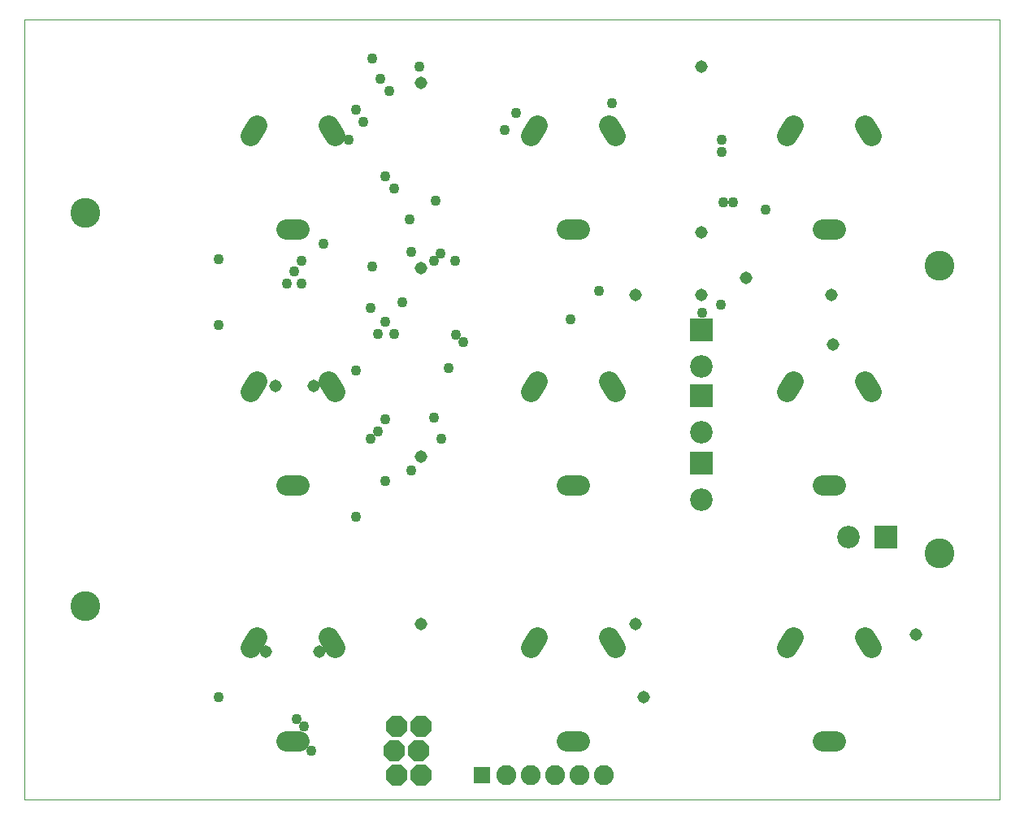
<source format=gbs>
G75*
%MOIN*%
%OFA0B0*%
%FSLAX24Y24*%
%IPPOS*%
%LPD*%
%AMOC8*
5,1,8,0,0,1.08239X$1,22.5*
%
%ADD10C,0.0000*%
%ADD11R,0.0920X0.0920*%
%ADD12C,0.0920*%
%ADD13R,0.0714X0.0714*%
%ADD14C,0.0820*%
%ADD15OC8,0.0860*%
%ADD16C,0.1222*%
%ADD17C,0.0840*%
%ADD18C,0.0430*%
%ADD19C,0.0516*%
D10*
X009543Y008752D02*
X009543Y040752D01*
X049543Y040752D01*
X049543Y008752D01*
X009543Y008752D01*
X011492Y016681D02*
X011494Y016728D01*
X011500Y016774D01*
X011510Y016820D01*
X011523Y016865D01*
X011541Y016908D01*
X011562Y016950D01*
X011586Y016990D01*
X011614Y017027D01*
X011645Y017062D01*
X011679Y017095D01*
X011715Y017124D01*
X011754Y017150D01*
X011795Y017173D01*
X011838Y017192D01*
X011882Y017208D01*
X011927Y017220D01*
X011973Y017228D01*
X012020Y017232D01*
X012066Y017232D01*
X012113Y017228D01*
X012159Y017220D01*
X012204Y017208D01*
X012248Y017192D01*
X012291Y017173D01*
X012332Y017150D01*
X012371Y017124D01*
X012407Y017095D01*
X012441Y017062D01*
X012472Y017027D01*
X012500Y016990D01*
X012524Y016950D01*
X012545Y016908D01*
X012563Y016865D01*
X012576Y016820D01*
X012586Y016774D01*
X012592Y016728D01*
X012594Y016681D01*
X012592Y016634D01*
X012586Y016588D01*
X012576Y016542D01*
X012563Y016497D01*
X012545Y016454D01*
X012524Y016412D01*
X012500Y016372D01*
X012472Y016335D01*
X012441Y016300D01*
X012407Y016267D01*
X012371Y016238D01*
X012332Y016212D01*
X012291Y016189D01*
X012248Y016170D01*
X012204Y016154D01*
X012159Y016142D01*
X012113Y016134D01*
X012066Y016130D01*
X012020Y016130D01*
X011973Y016134D01*
X011927Y016142D01*
X011882Y016154D01*
X011838Y016170D01*
X011795Y016189D01*
X011754Y016212D01*
X011715Y016238D01*
X011679Y016267D01*
X011645Y016300D01*
X011614Y016335D01*
X011586Y016372D01*
X011562Y016412D01*
X011541Y016454D01*
X011523Y016497D01*
X011510Y016542D01*
X011500Y016588D01*
X011494Y016634D01*
X011492Y016681D01*
X011492Y032823D02*
X011494Y032870D01*
X011500Y032916D01*
X011510Y032962D01*
X011523Y033007D01*
X011541Y033050D01*
X011562Y033092D01*
X011586Y033132D01*
X011614Y033169D01*
X011645Y033204D01*
X011679Y033237D01*
X011715Y033266D01*
X011754Y033292D01*
X011795Y033315D01*
X011838Y033334D01*
X011882Y033350D01*
X011927Y033362D01*
X011973Y033370D01*
X012020Y033374D01*
X012066Y033374D01*
X012113Y033370D01*
X012159Y033362D01*
X012204Y033350D01*
X012248Y033334D01*
X012291Y033315D01*
X012332Y033292D01*
X012371Y033266D01*
X012407Y033237D01*
X012441Y033204D01*
X012472Y033169D01*
X012500Y033132D01*
X012524Y033092D01*
X012545Y033050D01*
X012563Y033007D01*
X012576Y032962D01*
X012586Y032916D01*
X012592Y032870D01*
X012594Y032823D01*
X012592Y032776D01*
X012586Y032730D01*
X012576Y032684D01*
X012563Y032639D01*
X012545Y032596D01*
X012524Y032554D01*
X012500Y032514D01*
X012472Y032477D01*
X012441Y032442D01*
X012407Y032409D01*
X012371Y032380D01*
X012332Y032354D01*
X012291Y032331D01*
X012248Y032312D01*
X012204Y032296D01*
X012159Y032284D01*
X012113Y032276D01*
X012066Y032272D01*
X012020Y032272D01*
X011973Y032276D01*
X011927Y032284D01*
X011882Y032296D01*
X011838Y032312D01*
X011795Y032331D01*
X011754Y032354D01*
X011715Y032380D01*
X011679Y032409D01*
X011645Y032442D01*
X011614Y032477D01*
X011586Y032514D01*
X011562Y032554D01*
X011541Y032596D01*
X011523Y032639D01*
X011510Y032684D01*
X011500Y032730D01*
X011494Y032776D01*
X011492Y032823D01*
X046531Y030658D02*
X046533Y030705D01*
X046539Y030751D01*
X046549Y030797D01*
X046562Y030842D01*
X046580Y030885D01*
X046601Y030927D01*
X046625Y030967D01*
X046653Y031004D01*
X046684Y031039D01*
X046718Y031072D01*
X046754Y031101D01*
X046793Y031127D01*
X046834Y031150D01*
X046877Y031169D01*
X046921Y031185D01*
X046966Y031197D01*
X047012Y031205D01*
X047059Y031209D01*
X047105Y031209D01*
X047152Y031205D01*
X047198Y031197D01*
X047243Y031185D01*
X047287Y031169D01*
X047330Y031150D01*
X047371Y031127D01*
X047410Y031101D01*
X047446Y031072D01*
X047480Y031039D01*
X047511Y031004D01*
X047539Y030967D01*
X047563Y030927D01*
X047584Y030885D01*
X047602Y030842D01*
X047615Y030797D01*
X047625Y030751D01*
X047631Y030705D01*
X047633Y030658D01*
X047631Y030611D01*
X047625Y030565D01*
X047615Y030519D01*
X047602Y030474D01*
X047584Y030431D01*
X047563Y030389D01*
X047539Y030349D01*
X047511Y030312D01*
X047480Y030277D01*
X047446Y030244D01*
X047410Y030215D01*
X047371Y030189D01*
X047330Y030166D01*
X047287Y030147D01*
X047243Y030131D01*
X047198Y030119D01*
X047152Y030111D01*
X047105Y030107D01*
X047059Y030107D01*
X047012Y030111D01*
X046966Y030119D01*
X046921Y030131D01*
X046877Y030147D01*
X046834Y030166D01*
X046793Y030189D01*
X046754Y030215D01*
X046718Y030244D01*
X046684Y030277D01*
X046653Y030312D01*
X046625Y030349D01*
X046601Y030389D01*
X046580Y030431D01*
X046562Y030474D01*
X046549Y030519D01*
X046539Y030565D01*
X046533Y030611D01*
X046531Y030658D01*
X046531Y018846D02*
X046533Y018893D01*
X046539Y018939D01*
X046549Y018985D01*
X046562Y019030D01*
X046580Y019073D01*
X046601Y019115D01*
X046625Y019155D01*
X046653Y019192D01*
X046684Y019227D01*
X046718Y019260D01*
X046754Y019289D01*
X046793Y019315D01*
X046834Y019338D01*
X046877Y019357D01*
X046921Y019373D01*
X046966Y019385D01*
X047012Y019393D01*
X047059Y019397D01*
X047105Y019397D01*
X047152Y019393D01*
X047198Y019385D01*
X047243Y019373D01*
X047287Y019357D01*
X047330Y019338D01*
X047371Y019315D01*
X047410Y019289D01*
X047446Y019260D01*
X047480Y019227D01*
X047511Y019192D01*
X047539Y019155D01*
X047563Y019115D01*
X047584Y019073D01*
X047602Y019030D01*
X047615Y018985D01*
X047625Y018939D01*
X047631Y018893D01*
X047633Y018846D01*
X047631Y018799D01*
X047625Y018753D01*
X047615Y018707D01*
X047602Y018662D01*
X047584Y018619D01*
X047563Y018577D01*
X047539Y018537D01*
X047511Y018500D01*
X047480Y018465D01*
X047446Y018432D01*
X047410Y018403D01*
X047371Y018377D01*
X047330Y018354D01*
X047287Y018335D01*
X047243Y018319D01*
X047198Y018307D01*
X047152Y018299D01*
X047105Y018295D01*
X047059Y018295D01*
X047012Y018299D01*
X046966Y018307D01*
X046921Y018319D01*
X046877Y018335D01*
X046834Y018354D01*
X046793Y018377D01*
X046754Y018403D01*
X046718Y018432D01*
X046684Y018465D01*
X046653Y018500D01*
X046625Y018537D01*
X046601Y018577D01*
X046580Y018619D01*
X046562Y018662D01*
X046549Y018707D01*
X046539Y018753D01*
X046533Y018799D01*
X046531Y018846D01*
D11*
X044863Y019502D03*
X037293Y022567D03*
X037293Y025322D03*
X037293Y028035D03*
D12*
X037293Y026517D03*
X037293Y023804D03*
X037293Y021049D03*
X043345Y019502D03*
D13*
X028293Y009752D03*
D14*
X029293Y009752D03*
X030293Y009752D03*
X031293Y009752D03*
X032293Y009752D03*
X033293Y009752D03*
D15*
X025793Y009752D03*
X024793Y009752D03*
X024693Y010752D03*
X025693Y010752D03*
X025793Y011752D03*
X024793Y011752D03*
D16*
X012043Y016681D03*
X012043Y032823D03*
X047082Y030658D03*
X047082Y018846D03*
D17*
X044011Y015431D02*
X044275Y014973D01*
X041075Y015431D02*
X040811Y014973D01*
X042278Y011152D02*
X042808Y011152D01*
X033775Y014973D02*
X033511Y015431D01*
X030575Y015431D02*
X030311Y014973D01*
X031778Y011152D02*
X032308Y011152D01*
X022275Y014973D02*
X022011Y015431D01*
X019075Y015431D02*
X018811Y014973D01*
X020278Y011152D02*
X020808Y011152D01*
X020808Y021652D02*
X020278Y021652D01*
X018811Y025473D02*
X019075Y025931D01*
X022011Y025931D02*
X022275Y025473D01*
X020808Y032152D02*
X020278Y032152D01*
X018811Y035973D02*
X019075Y036431D01*
X022011Y036431D02*
X022275Y035973D01*
X030311Y035973D02*
X030575Y036431D01*
X033511Y036431D02*
X033775Y035973D01*
X032308Y032152D02*
X031778Y032152D01*
X030575Y025931D02*
X030311Y025473D01*
X033511Y025931D02*
X033775Y025473D01*
X032308Y021652D02*
X031778Y021652D01*
X040811Y025473D02*
X041075Y025931D01*
X044011Y025931D02*
X044275Y025473D01*
X042808Y021652D02*
X042278Y021652D01*
X042278Y032152D02*
X042808Y032152D01*
X044275Y035973D02*
X044011Y036431D01*
X041075Y036431D02*
X040811Y035973D01*
D18*
X038143Y035802D03*
X038143Y035302D03*
X038193Y033252D03*
X038593Y033252D03*
X039943Y032952D03*
X038093Y029052D03*
X037343Y028702D03*
X033093Y029602D03*
X031943Y028452D03*
X027543Y027502D03*
X027243Y027802D03*
X026943Y026452D03*
X026343Y024402D03*
X026643Y023552D03*
X025393Y022252D03*
X024343Y021802D03*
X023143Y020352D03*
X023743Y023552D03*
X024043Y023852D03*
X024343Y024352D03*
X023143Y026352D03*
X024043Y027852D03*
X024343Y028352D03*
X024693Y027852D03*
X023743Y028902D03*
X025043Y029152D03*
X023793Y030602D03*
X025393Y031202D03*
X026343Y030852D03*
X026593Y031152D03*
X027193Y030852D03*
X025343Y032552D03*
X026393Y033302D03*
X024693Y033802D03*
X024343Y034302D03*
X022843Y035802D03*
X023443Y036552D03*
X023143Y037052D03*
X024493Y037802D03*
X024143Y038302D03*
X023793Y039152D03*
X025743Y038802D03*
X029243Y036202D03*
X029693Y036902D03*
X033643Y037302D03*
X021793Y031552D03*
X020893Y030852D03*
X020593Y030402D03*
X020893Y029902D03*
X020293Y029902D03*
X017493Y030902D03*
X017493Y028202D03*
X017493Y012952D03*
X020693Y012052D03*
X020993Y011752D03*
X021293Y010752D03*
D19*
X021643Y014802D03*
X019443Y014802D03*
X025793Y015952D03*
X025793Y022802D03*
X021393Y025702D03*
X019843Y025702D03*
X025793Y030552D03*
X025793Y038152D03*
X034593Y029452D03*
X037293Y029452D03*
X039143Y030152D03*
X037293Y032002D03*
X042643Y029452D03*
X042693Y027402D03*
X037293Y038802D03*
X034593Y015952D03*
X034943Y012952D03*
X046093Y015502D03*
M02*

</source>
